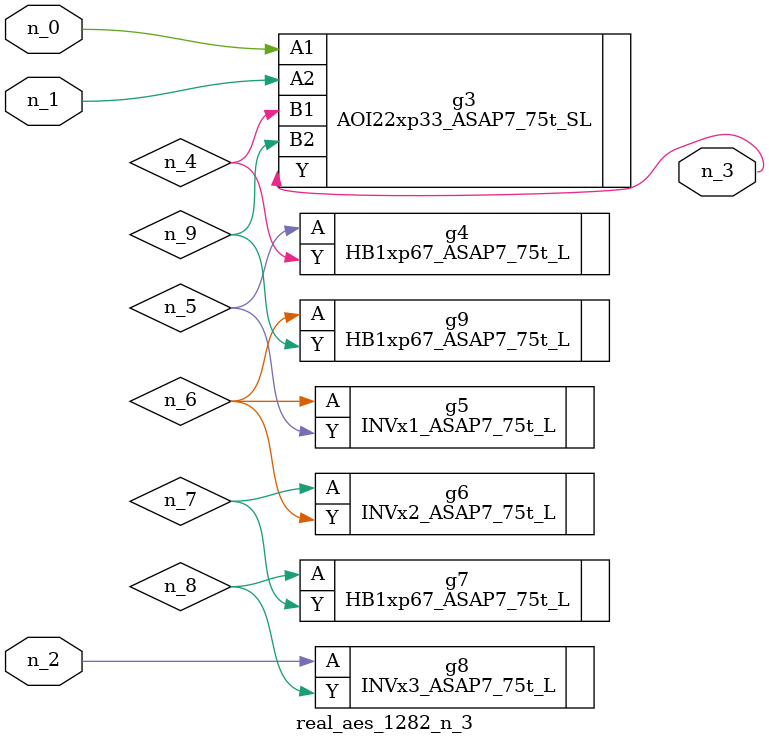
<source format=v>
module real_aes_1282_n_3 (n_0, n_2, n_1, n_3);
input n_0;
input n_2;
input n_1;
output n_3;
wire n_4;
wire n_5;
wire n_7;
wire n_9;
wire n_6;
wire n_8;
AOI22xp33_ASAP7_75t_SL g3 ( .A1(n_0), .A2(n_1), .B1(n_4), .B2(n_9), .Y(n_3) );
INVx3_ASAP7_75t_L g8 ( .A(n_2), .Y(n_8) );
HB1xp67_ASAP7_75t_L g4 ( .A(n_5), .Y(n_4) );
INVx1_ASAP7_75t_L g5 ( .A(n_6), .Y(n_5) );
HB1xp67_ASAP7_75t_L g9 ( .A(n_6), .Y(n_9) );
INVx2_ASAP7_75t_L g6 ( .A(n_7), .Y(n_6) );
HB1xp67_ASAP7_75t_L g7 ( .A(n_8), .Y(n_7) );
endmodule
</source>
